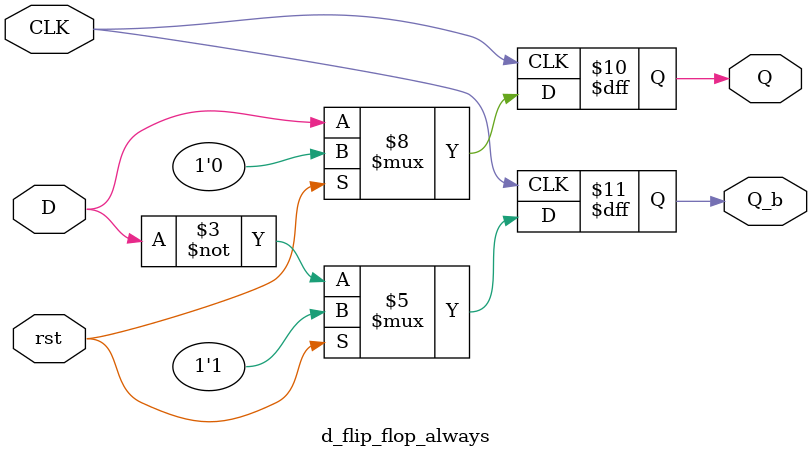
<source format=sv>
`timescale 1ns/1ns
module d_flip_flop_always(input D, CLK, rst, output logic Q, Q_b);
	always @(posedge CLK) begin
		if(rst == 0) begin
			Q <= D;
			Q_b <= ~D;
		end
	
		else begin
			Q <= 1'b0;
			Q_b <= 1'b1;
		end
	end
endmodule


</source>
